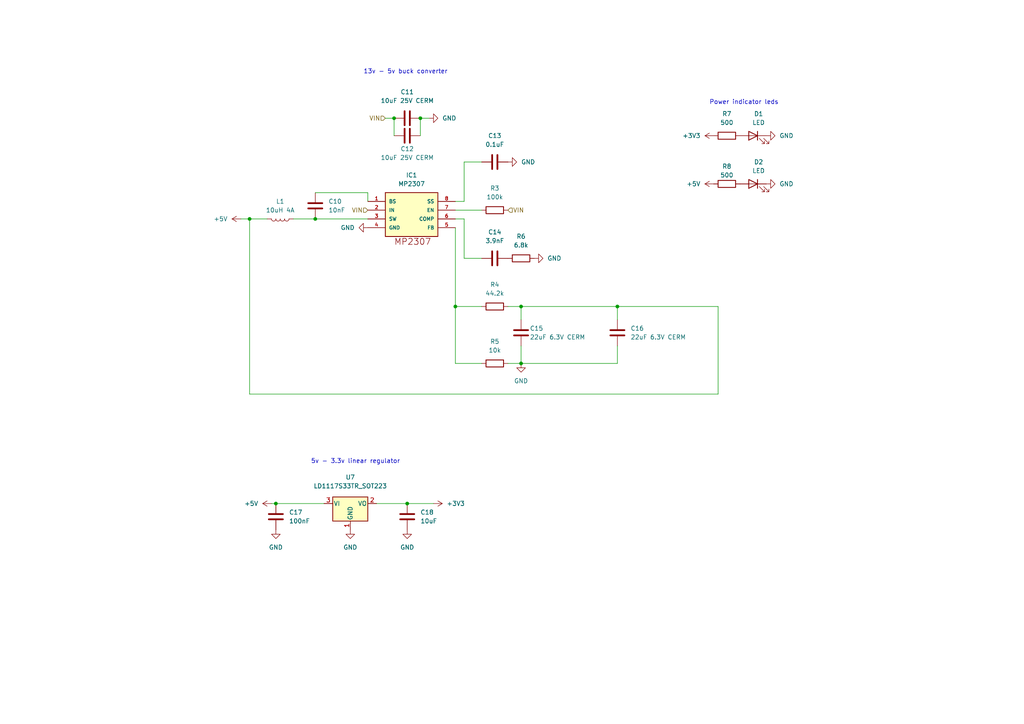
<source format=kicad_sch>
(kicad_sch (version 20230121) (generator eeschema)
  (paper "A4")
  (lib_symbols
    (symbol "Device:C" (pin_numbers hide) (pin_names (offset 0.254))
      (property "Reference" "C" (at 0.635 2.54 0))
      (property "Value" "C" (at 0.635 -2.54 0))
      (symbol "C_0_1"
        (polyline (pts (xy -2.032 -0.762) (xy 2.032 -0.762)) (stroke (width 0.508)))
        (polyline (pts (xy -2.032 0.762) (xy 2.032 0.762)) (stroke (width 0.508)))
      )
      (symbol "C_1_1"
        (pin passive line (at 0 3.81 270) (length 2.794) (name "~") (number "1"))
        (pin passive line (at 0 -3.81 90) (length 2.794) (name "~") (number "2"))
      )
    )
    (symbol "Device:L" (pin_numbers hide) (pin_names (offset 1.016) hide)
      (property "Reference" "L" (at -1.27 0 90))
      (property "Value" "L" (at 1.905 0 90))
      (symbol "L_0_1"
        (arc (start 0 -2.54) (mid 0.6323 -1.905) (end 0 -1.27))
        (arc (start 0 -1.27) (mid 0.6323 -0.635) (end 0 0))
        (arc (start 0 0) (mid 0.6323 0.635) (end 0 1.27))
        (arc (start 0 1.27) (mid 0.6323 1.905) (end 0 2.54))
      )
      (symbol "L_1_1"
        (pin passive line (at 0 3.81 270) (length 1.27) (name "1") (number "1"))
        (pin passive line (at 0 -3.81 90) (length 1.27) (name "2") (number "2"))
      )
    )
    (symbol "Device:LED" (pin_numbers hide) (pin_names (offset 1.016) hide)
      (property "Reference" "D" (at 0 2.54 0))
      (property "Value" "LED" (at 0 -2.54 0))
      (symbol "LED_0_1"
        (polyline (pts (xy -1.27 -1.27) (xy -1.27 1.27)) (stroke (width 0.254)))
        (polyline (pts (xy -1.27 0) (xy 1.27 0)))
        (polyline (pts (xy 1.27 -1.27) (xy 1.27 1.27) (xy -1.27 0) (xy 1.27 -1.27)) (stroke (width 0.254)))
        (polyline (pts (xy -3.048 -0.762) (xy -4.572 -2.286) (xy -3.81 -2.286) (xy -4.572 -2.286) (xy -4.572 -1.524)))
        (polyline (pts (xy -1.778 -0.762) (xy -3.302 -2.286) (xy -2.54 -2.286) (xy -3.302 -2.286) (xy -3.302 -1.524)))
      )
      (symbol "LED_1_1"
        (pin passive line (at -3.81 0 0) (length 2.54) (name "K") (number "1"))
        (pin passive line (at 3.81 0 180) (length 2.54) (name "A") (number "2"))
      )
    )
    (symbol "Device:R" (pin_numbers hide) (pin_names (offset 0))
      (property "Reference" "R" (at 2.032 0 90))
      (property "Value" "R" (at 0 0 90))
      (symbol "R_0_1"
        (rectangle (start -1.016 -2.54) (end 1.016 2.54) (stroke (width 0.254)))
      )
      (symbol "R_1_1"
        (pin passive line (at 0 3.81 270) (length 1.27) (name "~") (number "1"))
        (pin passive line (at 0 -3.81 90) (length 1.27) (name "~") (number "2"))
      )
    )
    (symbol "MP2307:MP2307" (pin_names (offset 1.016))
      (property "Reference" "IC" (at 0 0 0))
      (property "Value" "MP2307" (at -5.08 7.62 0))
      (symbol "MP2307_0_0"
        (rectangle (start -7.62 -5.08) (end 7.62 7.62) (stroke (width 0.254)) (fill (type background)))
        (text "MP2307" (at -5.08 -7.62 0) (effects (font (size 1.778 1.778)) (justify left bottom)))
        (pin bidirectional line (at -12.7 5.08 0) (length 5.08) (name "BS") (number "1"))
        (pin bidirectional line (at -12.7 2.54 0) (length 5.08) (name "IN") (number "2"))
        (pin bidirectional line (at -12.7 0 0) (length 5.08) (name "SW") (number "3"))
        (pin bidirectional line (at -12.7 -2.54 0) (length 5.08) (name "GND") (number "4"))
        (pin bidirectional line (at 12.7 -2.54 180) (length 5.08) (name "FB") (number "5"))
        (pin bidirectional line (at 12.7 0 180) (length 5.08) (name "COMP") (number "6"))
        (pin bidirectional line (at 12.7 2.54 180) (length 5.08) (name "EN") (number "7"))
        (pin bidirectional line (at 12.7 5.08 180) (length 5.08) (name "SS") (number "8"))
      )
    )
    (symbol "Regulator_Linear:LD1117S33TR_SOT223" (pin_names (offset 0.254))
      (property "Reference" "U" (at -3.81 3.175 0))
      (property "Value" "LD1117S33TR_SOT223" (at 0 3.175 0))
      (symbol "LD1117S33TR_SOT223_0_1"
        (rectangle (start -5.08 -5.08) (end 5.08 1.905) (stroke (width 0.254)) (fill (type background)))
      )
      (symbol "LD1117S33TR_SOT223_1_1"
        (pin power_in line (at 0 -7.62 90) (length 2.54) (name "GND") (number "1"))
        (pin power_out line (at 7.62 0 180) (length 2.54) (name "VO") (number "2"))
        (pin power_in line (at -7.62 0 0) (length 2.54) (name "VI") (number "3"))
      )
    )
    (symbol "power:+3V3" (power) (pin_names (offset 0))
      (property "Value" "+3V3" (at 0 3.556 0))
      (symbol "+3V3_0_1"
        (polyline (pts (xy -0.762 1.27) (xy 0 2.54)))
        (polyline (pts (xy 0 0) (xy 0 2.54)))
        (polyline (pts (xy 0 2.54) (xy 0.762 1.27)))
      )
      (symbol "+3V3_1_1"
        (pin power_in line (at 0 0 90) (length 0) hide (name "+3V3") (number "1"))
      )
    )
    (symbol "power:+5V" (power) (pin_names (offset 0))
      (property "Value" "+5V" (at 0 3.556 0))
      (symbol "+5V_0_1"
        (polyline (pts (xy -0.762 1.27) (xy 0 2.54)))
        (polyline (pts (xy 0 0) (xy 0 2.54)))
        (polyline (pts (xy 0 2.54) (xy 0.762 1.27)))
      )
      (symbol "+5V_1_1"
        (pin power_in line (at 0 0 90) (length 0) hide (name "+5V") (number "1"))
      )
    )
    (symbol "power:GND" (power) (pin_names (offset 0))
      (property "Value" "GND" (at 0 -3.81 0))
      (symbol "GND_0_1"
        (polyline (pts (xy 0 0) (xy 0 -1.27) (xy 1.27 -1.27) (xy 0 -2.54) (xy -1.27 -1.27) (xy 0 -1.27)))
      )
      (symbol "GND_1_1"
        (pin power_in line (at 0 0 270) (length 0) hide (name "GND") (number "1"))
      )
    )
  )
  (junction (at 132.08 88.9))
  (junction (at 80.01 146.05))
  (junction (at 114.3 34.29))
  (junction (at 121.92 34.29))
  (junction (at 179.07 88.9))
  (junction (at 91.44 63.5))
  (junction (at 151.13 105.41))
  (junction (at 72.39 63.5))
  (junction (at 151.13 88.9))
  (junction (at 118.11 146.05))
  (wire (pts (xy 91.44 63.5) (xy 106.68 63.5)))
  (wire (pts (xy 106.68 55.88) (xy 91.44 55.88)))
  (wire (pts (xy 179.07 100.33) (xy 179.07 105.41)))
  (wire (pts (xy 132.08 105.41) (xy 139.7 105.41)))
  (wire (pts (xy 208.28 114.3) (xy 208.28 88.9)))
  (wire (pts (xy 72.39 63.5) (xy 72.39 114.3)))
  (wire (pts (xy 121.92 34.29) (xy 121.92 39.37)))
  (wire (pts (xy 134.62 46.99) (xy 139.7 46.99)))
  (wire (pts (xy 151.13 92.71) (xy 151.13 88.9)))
  (wire (pts (xy 179.07 92.71) (xy 179.07 88.9)))
  (wire (pts (xy 72.39 63.5) (xy 77.47 63.5)))
  (wire (pts (xy 132.08 88.9) (xy 132.08 105.41)))
  (wire (pts (xy 106.68 58.42) (xy 106.68 55.88)))
  (wire (pts (xy 111.76 34.29) (xy 114.3 34.29)))
  (wire (pts (xy 132.08 58.42) (xy 134.62 58.42)))
  (wire (pts (xy 134.62 58.42) (xy 134.62 46.99)))
  (wire (pts (xy 151.13 100.33) (xy 151.13 105.41)))
  (wire (pts (xy 132.08 60.96) (xy 139.7 60.96)))
  (wire (pts (xy 151.13 88.9) (xy 179.07 88.9)))
  (wire (pts (xy 121.92 34.29) (xy 124.46 34.29)))
  (wire (pts (xy 132.08 88.9) (xy 139.7 88.9)))
  (wire (pts (xy 134.62 74.93) (xy 139.7 74.93)))
  (wire (pts (xy 72.39 114.3) (xy 208.28 114.3)))
  (wire (pts (xy 147.32 88.9) (xy 151.13 88.9)))
  (wire (pts (xy 69.85 63.5) (xy 72.39 63.5)))
  (wire (pts (xy 114.3 34.29) (xy 114.3 39.37)))
  (wire (pts (xy 109.22 146.05) (xy 118.11 146.05)))
  (wire (pts (xy 118.11 146.05) (xy 125.73 146.05)))
  (wire (pts (xy 132.08 63.5) (xy 134.62 63.5)))
  (wire (pts (xy 147.32 105.41) (xy 151.13 105.41)))
  (wire (pts (xy 85.09 63.5) (xy 91.44 63.5)))
  (wire (pts (xy 132.08 66.04) (xy 132.08 88.9)))
  (wire (pts (xy 134.62 63.5) (xy 134.62 74.93)))
  (wire (pts (xy 151.13 105.41) (xy 179.07 105.41)))
  (wire (pts (xy 78.74 146.05) (xy 80.01 146.05)))
  (wire (pts (xy 179.07 88.9) (xy 208.28 88.9)))
  (wire (pts (xy 80.01 146.05) (xy 93.98 146.05)))
  (text "13v - 5v buck converter" (at 105.41 21.59 0) (effects (font (size 1.27 1.27)) (justify left bottom)))
  (text "5v - 3.3v linear regulator" (at 90.17 134.62 0) (effects (font (size 1.27 1.27)) (justify left bottom)))
  (text "Power indicator leds" (at 205.74 30.48 0) (effects (font (size 1.27 1.27)) (justify left bottom)))
  (hierarchical_label "VIN" (shape input) (at 106.68 60.96 180))
  (hierarchical_label "VIN" (shape input) (at 111.76 34.29 180))
  (hierarchical_label "VIN" (shape input) (at 147.32 60.96 0))
  (symbol (lib_id "Device:C") (at 91.44 59.69 0) (unit 1)
    (property "Reference" "C10" (at 95.25 58.4199 0) (effects (justify left)))
    (property "Value" "10nF" (at 95.25 60.9599 0) (effects (justify left)))
    (property "Footprint" "Capacitor_SMD:C_0805_2012Metric" (effects hide))
  )
  (symbol (lib_id "Device:C") (at 118.11 34.29 270) (unit 1)
    (property "Reference" "C11" (at 118.11 26.67 90))
    (property "Value" "10uF 25V CERM" (at 118.11 29.21 90))
    (property "Footprint" "Capacitor_SMD:C_0805_2012Metric" (effects hide))
  )
  (symbol (lib_id "Device:LED") (at 218.44 53.34 0) (mirror y) (unit 1)
    (property "Reference" "D2" (at 220.0275 46.99 0))
    (property "Value" "LED" (at 220.0275 49.53 0))
    (property "Footprint" "LED_SMD:LED_0603_1608Metric" (effects hide))
  )
  (symbol (lib_id "Device:C") (at 118.11 149.86 0) (unit 1)
    (property "Reference" "C18" (at 121.92 148.5899 0) (effects (justify left)))
    (property "Value" "10uF" (at 121.92 151.1299 0) (effects (justify left)))
    (property "Footprint" "Capacitor_SMD:C_0805_2012Metric" (effects hide))
  )
  (symbol (lib_id "power:GND") (at 124.46 34.29 90) (unit 1)
    (property "Reference" "#PWR0136" (effects hide))
    (property "Value" "GND" (at 128.27 34.2899 90) (effects (justify right)))
  )
  (symbol (lib_id "power:GND") (at 118.11 153.67 0) (unit 1)
    (property "Reference" "#PWR0144" (effects hide))
    (property "Value" "GND" (at 118.11 158.75 0))
  )
  (symbol (lib_id "power:GND") (at 147.32 46.99 90) (unit 1)
    (property "Reference" "#PWR0137" (effects hide))
    (property "Value" "GND" (at 151.13 46.9899 90) (effects (justify right)))
  )
  (symbol (lib_id "Device:R") (at 210.82 53.34 270) (unit 1)
    (property "Reference" "R8" (at 210.82 48.26 90))
    (property "Value" "500" (at 210.82 50.8 90))
    (property "Footprint" "Resistor_SMD:R_0805_2012Metric" (effects hide))
  )
  (symbol (lib_id "Device:L") (at 81.28 63.5 270) (unit 1)
    (property "Reference" "L1" (at 81.28 58.42 90))
    (property "Value" "10uH 4A" (at 81.28 60.96 90))
    (property "Footprint" "ASPI-0630LR-100M-T15:IND_ASPI-0630LR-100M-T15" (effects hide))
  )
  (symbol (lib_id "Device:R") (at 143.51 60.96 270) (unit 1)
    (property "Reference" "R3" (at 143.51 54.61 90))
    (property "Value" "100k" (at 143.51 57.15 90))
    (property "Footprint" "Resistor_SMD:R_0805_2012Metric" (effects hide))
  )
  (symbol (lib_id "Device:C") (at 151.13 96.52 0) (unit 1)
    (property "Reference" "C15" (at 153.67 95.25 0) (effects (justify left)))
    (property "Value" "22uF 6.3V CERM" (at 153.67 97.79 0) (effects (justify left)))
    (property "Footprint" "Capacitor_SMD:C_0805_2012Metric" (effects hide))
  )
  (symbol (lib_id "power:GND") (at 154.94 74.93 90) (unit 1)
    (property "Reference" "#PWR0138" (effects hide))
    (property "Value" "GND" (at 158.75 74.9299 90) (effects (justify right)))
  )
  (symbol (lib_id "Device:C") (at 80.01 149.86 0) (unit 1)
    (property "Reference" "C17" (at 83.82 148.5899 0) (effects (justify left)))
    (property "Value" "100nF" (at 83.82 151.1299 0) (effects (justify left)))
    (property "Footprint" "Capacitor_SMD:C_0805_2012Metric" (effects hide))
  )
  (symbol (lib_id "Device:R") (at 143.51 88.9 270) (unit 1)
    (property "Reference" "R4" (at 143.51 82.55 90))
    (property "Value" "44.2k" (at 143.51 85.09 90))
    (property "Footprint" "Resistor_SMD:R_0805_2012Metric" (effects hide))
  )
  (symbol (lib_id "power:+3V3") (at 207.01 39.37 90) (unit 1)
    (property "Reference" "#PWR0146" (effects hide))
    (property "Value" "+3V3" (at 203.2 39.3699 90) (effects (justify left)))
  )
  (symbol (lib_id "power:GND") (at 80.01 153.67 0) (unit 1)
    (property "Reference" "#PWR0141" (effects hide))
    (property "Value" "GND" (at 80.01 158.75 0))
  )
  (symbol (lib_id "Device:R") (at 143.51 105.41 270) (unit 1)
    (property "Reference" "R5" (at 143.51 99.06 90))
    (property "Value" "10k" (at 143.51 101.6 90))
    (property "Footprint" "Resistor_SMD:R_0805_2012Metric" (effects hide))
  )
  (symbol (lib_id "Regulator_Linear:LD1117S33TR_SOT223") (at 101.6 146.05 0) (unit 1)
    (property "Reference" "U7" (at 101.6 138.43 0))
    (property "Value" "LD1117S33TR_SOT223" (at 101.6 140.97 0))
    (property "Footprint" "Package_TO_SOT_SMD:SOT-223-3_TabPin2" (effects hide))
    (property "Datasheet" "http://www.st.com/st-web-ui/static/active/en/resource/technical/document/datasheet/CD00000544.pdf" (effects hide))
  )
  (symbol (lib_id "power:GND") (at 222.25 39.37 90) (unit 1)
    (property "Reference" "#PWR0149" (effects hide))
    (property "Value" "GND" (at 226.06 39.3699 90) (effects (justify right)))
  )
  (symbol (lib_id "power:GND") (at 106.68 66.04 270) (unit 1)
    (property "Reference" "#PWR0140" (effects hide))
    (property "Value" "GND" (at 102.87 66.0399 90) (effects (justify right)))
  )
  (symbol (lib_id "Device:C") (at 118.11 39.37 270) (unit 1)
    (property "Reference" "C12" (at 118.11 43.18 90))
    (property "Value" "10uF 25V CERM" (at 118.11 45.72 90))
    (property "Footprint" "Capacitor_SMD:C_0805_2012Metric" (effects hide))
  )
  (symbol (lib_id "Device:C") (at 143.51 74.93 270) (unit 1)
    (property "Reference" "C14" (at 143.51 67.31 90))
    (property "Value" "3.9nF" (at 143.51 69.85 90))
    (property "Footprint" "Capacitor_SMD:C_0805_2012Metric" (effects hide))
  )
  (symbol (lib_id "Device:R") (at 151.13 74.93 270) (unit 1)
    (property "Reference" "R6" (at 151.13 68.58 90))
    (property "Value" "6.8k" (at 151.13 71.12 90))
    (property "Footprint" "Resistor_SMD:R_0805_2012Metric" (effects hide))
  )
  (symbol (lib_id "Device:C") (at 179.07 96.52 0) (unit 1)
    (property "Reference" "C16" (at 182.88 95.2499 0) (effects (justify left)))
    (property "Value" "22uF 6.3V CERM" (at 182.88 97.7899 0) (effects (justify left)))
    (property "Footprint" "Capacitor_SMD:C_0805_2012Metric" (effects hide))
  )
  (symbol (lib_id "Device:C") (at 143.51 46.99 270) (unit 1)
    (property "Reference" "C13" (at 143.51 39.37 90))
    (property "Value" "0.1uF" (at 143.51 41.91 90))
    (property "Footprint" "Capacitor_SMD:C_0805_2012Metric" (effects hide))
  )
  (symbol (lib_id "power:GND") (at 222.25 53.34 90) (unit 1)
    (property "Reference" "#PWR0148" (effects hide))
    (property "Value" "GND" (at 226.06 53.3399 90) (effects (justify right)))
  )
  (symbol (lib_id "MP2307:MP2307") (at 119.38 63.5 0) (unit 1)
    (property "Reference" "IC1" (at 119.38 50.8 0))
    (property "Value" "MP2307" (at 119.38 53.34 0))
    (property "Footprint" "MP2307:SO8-TH" (effects hide))
  )
  (symbol (lib_id "power:GND") (at 151.13 105.41 0) (unit 1)
    (property "Reference" "#PWR0135" (effects hide))
    (property "Value" "GND" (at 151.13 110.49 0))
  )
  (symbol (lib_id "Device:R") (at 210.82 39.37 270) (unit 1)
    (property "Reference" "R7" (at 210.82 33.02 90))
    (property "Value" "500" (at 210.82 35.56 90))
    (property "Footprint" "Resistor_SMD:R_0805_2012Metric" (effects hide))
  )
  (symbol (lib_id "power:+5V") (at 78.74 146.05 90) (unit 1)
    (property "Reference" "#PWR0142" (effects hide))
    (property "Value" "+5V" (at 74.93 146.0499 90) (effects (justify left)))
  )
  (symbol (lib_id "power:GND") (at 101.6 153.67 0) (unit 1)
    (property "Reference" "#PWR0143" (effects hide))
    (property "Value" "GND" (at 101.6 158.75 0))
  )
  (symbol (lib_id "power:+5V") (at 207.01 53.34 90) (unit 1)
    (property "Reference" "#PWR0147" (effects hide))
    (property "Value" "+5V" (at 203.2 53.3399 90) (effects (justify left)))
  )
  (symbol (lib_id "power:+3V3") (at 125.73 146.05 270) (unit 1)
    (property "Reference" "#PWR0145" (effects hide))
    (property "Value" "+3V3" (at 129.54 146.0499 90) (effects (justify left)))
  )
  (symbol (lib_id "Device:LED") (at 218.44 39.37 0) (mirror y) (unit 1)
    (property "Reference" "D1" (at 220.0275 33.02 0))
    (property "Value" "LED" (at 220.0275 35.56 0))
    (property "Footprint" "LED_SMD:LED_0603_1608Metric" (effects hide))
  )
  (symbol (lib_id "power:+5V") (at 69.85 63.5 90) (mirror x) (unit 1)
    (property "Reference" "#PWR0139" (effects hide))
    (property "Value" "+5V" (at 66.04 63.4999 90) (effects (justify left)))
  )
)
</source>
